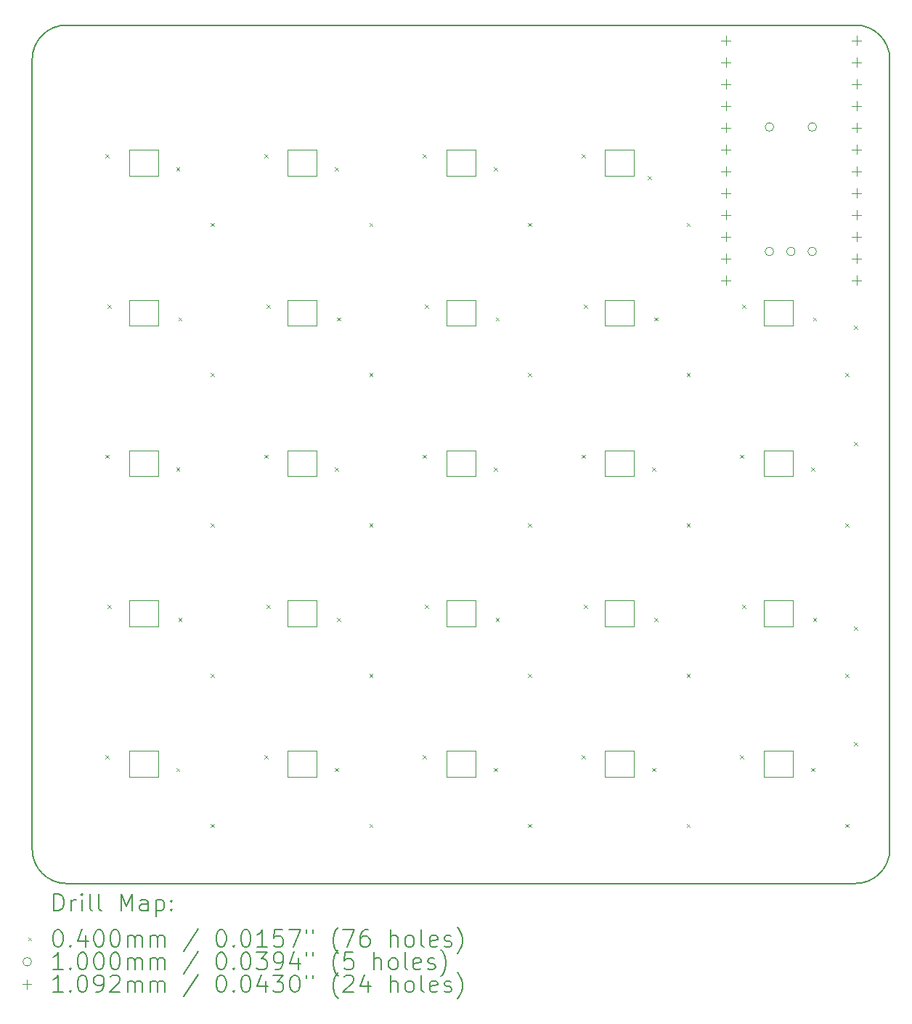
<source format=gbr>
%TF.GenerationSoftware,KiCad,Pcbnew,7.0.10*%
%TF.CreationDate,2024-03-08T11:46:17+01:00*%
%TF.ProjectId,eepypad,65657079-7061-4642-9e6b-696361645f70,1.0*%
%TF.SameCoordinates,Original*%
%TF.FileFunction,Drillmap*%
%TF.FilePolarity,Positive*%
%FSLAX45Y45*%
G04 Gerber Fmt 4.5, Leading zero omitted, Abs format (unit mm)*
G04 Created by KiCad (PCBNEW 7.0.10) date 2024-03-08 11:46:17*
%MOMM*%
%LPD*%
G01*
G04 APERTURE LIST*
%ADD10C,0.150000*%
%ADD11C,0.120000*%
%ADD12C,0.200000*%
%ADD13C,0.100000*%
%ADD14C,0.109220*%
G04 APERTURE END LIST*
D10*
X9100000Y-15925000D02*
X18300000Y-15925000D01*
X8700000Y-6325000D02*
X8700000Y-15525000D01*
X18700000Y-6325000D02*
G75*
G03*
X18300000Y-5925000I-400000J0D01*
G01*
X18700000Y-15525000D02*
X18700000Y-6325000D01*
X8700000Y-15525000D02*
G75*
G03*
X9100000Y-15925000I400000J0D01*
G01*
X18300000Y-5925000D02*
X9100000Y-5925000D01*
X9100000Y-5925000D02*
G75*
G03*
X8700000Y-6325000I0J-400000D01*
G01*
X18300000Y-15925000D02*
G75*
G03*
X18700000Y-15525000I0J400000D01*
G01*
D11*
X13530000Y-7380000D02*
X13870000Y-7380000D01*
X13530000Y-7680000D02*
X13530000Y-7380000D01*
X13870000Y-7380000D02*
X13870000Y-7680000D01*
X13870000Y-7680000D02*
X13530000Y-7680000D01*
X12020000Y-9430000D02*
X11680000Y-9430000D01*
X12020000Y-9130000D02*
X12020000Y-9430000D01*
X11680000Y-9430000D02*
X11680000Y-9130000D01*
X11680000Y-9130000D02*
X12020000Y-9130000D01*
X15380000Y-7380000D02*
X15720000Y-7380000D01*
X15380000Y-7680000D02*
X15380000Y-7380000D01*
X15720000Y-7380000D02*
X15720000Y-7680000D01*
X15720000Y-7680000D02*
X15380000Y-7680000D01*
X10170000Y-9430000D02*
X9830000Y-9430000D01*
X10170000Y-9130000D02*
X10170000Y-9430000D01*
X9830000Y-9430000D02*
X9830000Y-9130000D01*
X9830000Y-9130000D02*
X10170000Y-9130000D01*
X11680000Y-10880000D02*
X12020000Y-10880000D01*
X11680000Y-11180000D02*
X11680000Y-10880000D01*
X12020000Y-10880000D02*
X12020000Y-11180000D01*
X12020000Y-11180000D02*
X11680000Y-11180000D01*
X11680000Y-14380000D02*
X12020000Y-14380000D01*
X11680000Y-14680000D02*
X11680000Y-14380000D01*
X12020000Y-14380000D02*
X12020000Y-14680000D01*
X12020000Y-14680000D02*
X11680000Y-14680000D01*
X9830000Y-10880000D02*
X10170000Y-10880000D01*
X9830000Y-11180000D02*
X9830000Y-10880000D01*
X10170000Y-10880000D02*
X10170000Y-11180000D01*
X10170000Y-11180000D02*
X9830000Y-11180000D01*
X12020000Y-12930000D02*
X11680000Y-12930000D01*
X12020000Y-12630000D02*
X12020000Y-12930000D01*
X11680000Y-12930000D02*
X11680000Y-12630000D01*
X11680000Y-12630000D02*
X12020000Y-12630000D01*
X17570000Y-12930000D02*
X17230000Y-12930000D01*
X17570000Y-12630000D02*
X17570000Y-12930000D01*
X17230000Y-12930000D02*
X17230000Y-12630000D01*
X17230000Y-12630000D02*
X17570000Y-12630000D01*
X15380000Y-14380000D02*
X15720000Y-14380000D01*
X15380000Y-14680000D02*
X15380000Y-14380000D01*
X15720000Y-14380000D02*
X15720000Y-14680000D01*
X15720000Y-14680000D02*
X15380000Y-14680000D01*
X13530000Y-10880000D02*
X13870000Y-10880000D01*
X13530000Y-11180000D02*
X13530000Y-10880000D01*
X13870000Y-10880000D02*
X13870000Y-11180000D01*
X13870000Y-11180000D02*
X13530000Y-11180000D01*
X9830000Y-14380000D02*
X10170000Y-14380000D01*
X9830000Y-14680000D02*
X9830000Y-14380000D01*
X10170000Y-14380000D02*
X10170000Y-14680000D01*
X10170000Y-14680000D02*
X9830000Y-14680000D01*
X9830000Y-7380000D02*
X10170000Y-7380000D01*
X9830000Y-7680000D02*
X9830000Y-7380000D01*
X10170000Y-7380000D02*
X10170000Y-7680000D01*
X10170000Y-7680000D02*
X9830000Y-7680000D01*
X10170000Y-12930000D02*
X9830000Y-12930000D01*
X10170000Y-12630000D02*
X10170000Y-12930000D01*
X9830000Y-12930000D02*
X9830000Y-12630000D01*
X9830000Y-12630000D02*
X10170000Y-12630000D01*
X13870000Y-12930000D02*
X13530000Y-12930000D01*
X13870000Y-12630000D02*
X13870000Y-12930000D01*
X13530000Y-12930000D02*
X13530000Y-12630000D01*
X13530000Y-12630000D02*
X13870000Y-12630000D01*
X17570000Y-9430000D02*
X17230000Y-9430000D01*
X17570000Y-9130000D02*
X17570000Y-9430000D01*
X17230000Y-9430000D02*
X17230000Y-9130000D01*
X17230000Y-9130000D02*
X17570000Y-9130000D01*
X15720000Y-9430000D02*
X15380000Y-9430000D01*
X15720000Y-9130000D02*
X15720000Y-9430000D01*
X15380000Y-9430000D02*
X15380000Y-9130000D01*
X15380000Y-9130000D02*
X15720000Y-9130000D01*
X15380000Y-10880000D02*
X15720000Y-10880000D01*
X15380000Y-11180000D02*
X15380000Y-10880000D01*
X15720000Y-10880000D02*
X15720000Y-11180000D01*
X15720000Y-11180000D02*
X15380000Y-11180000D01*
X13530000Y-14380000D02*
X13870000Y-14380000D01*
X13530000Y-14680000D02*
X13530000Y-14380000D01*
X13870000Y-14380000D02*
X13870000Y-14680000D01*
X13870000Y-14680000D02*
X13530000Y-14680000D01*
X13870000Y-9430000D02*
X13530000Y-9430000D01*
X13870000Y-9130000D02*
X13870000Y-9430000D01*
X13530000Y-9430000D02*
X13530000Y-9130000D01*
X13530000Y-9130000D02*
X13870000Y-9130000D01*
X17230000Y-10880000D02*
X17570000Y-10880000D01*
X17230000Y-11180000D02*
X17230000Y-10880000D01*
X17570000Y-10880000D02*
X17570000Y-11180000D01*
X17570000Y-11180000D02*
X17230000Y-11180000D01*
X17230000Y-14380000D02*
X17570000Y-14380000D01*
X17230000Y-14680000D02*
X17230000Y-14380000D01*
X17570000Y-14380000D02*
X17570000Y-14680000D01*
X17570000Y-14680000D02*
X17230000Y-14680000D01*
X11680000Y-7380000D02*
X12020000Y-7380000D01*
X11680000Y-7680000D02*
X11680000Y-7380000D01*
X12020000Y-7380000D02*
X12020000Y-7680000D01*
X12020000Y-7680000D02*
X11680000Y-7680000D01*
X15720000Y-12930000D02*
X15380000Y-12930000D01*
X15720000Y-12630000D02*
X15720000Y-12930000D01*
X15380000Y-12930000D02*
X15380000Y-12630000D01*
X15380000Y-12630000D02*
X15720000Y-12630000D01*
D12*
D13*
X9555000Y-7430000D02*
X9595000Y-7470000D01*
X9595000Y-7430000D02*
X9555000Y-7470000D01*
X9555000Y-10930000D02*
X9595000Y-10970000D01*
X9595000Y-10930000D02*
X9555000Y-10970000D01*
X9555000Y-14430000D02*
X9595000Y-14470000D01*
X9595000Y-14430000D02*
X9555000Y-14470000D01*
X9580000Y-9180000D02*
X9620000Y-9220000D01*
X9620000Y-9180000D02*
X9580000Y-9220000D01*
X9580000Y-12680000D02*
X9620000Y-12720000D01*
X9620000Y-12680000D02*
X9580000Y-12720000D01*
X10380000Y-7580000D02*
X10420000Y-7620000D01*
X10420000Y-7580000D02*
X10380000Y-7620000D01*
X10380000Y-11080000D02*
X10420000Y-11120000D01*
X10420000Y-11080000D02*
X10380000Y-11120000D01*
X10380000Y-14580000D02*
X10420000Y-14620000D01*
X10420000Y-14580000D02*
X10380000Y-14620000D01*
X10405000Y-9330000D02*
X10445000Y-9370000D01*
X10445000Y-9330000D02*
X10405000Y-9370000D01*
X10405000Y-12830000D02*
X10445000Y-12870000D01*
X10445000Y-12830000D02*
X10405000Y-12870000D01*
X10780000Y-8230000D02*
X10820000Y-8270000D01*
X10820000Y-8230000D02*
X10780000Y-8270000D01*
X10780000Y-9980000D02*
X10820000Y-10020000D01*
X10820000Y-9980000D02*
X10780000Y-10020000D01*
X10780000Y-11730000D02*
X10820000Y-11770000D01*
X10820000Y-11730000D02*
X10780000Y-11770000D01*
X10780000Y-13480000D02*
X10820000Y-13520000D01*
X10820000Y-13480000D02*
X10780000Y-13520000D01*
X10780000Y-15230000D02*
X10820000Y-15270000D01*
X10820000Y-15230000D02*
X10780000Y-15270000D01*
X11405000Y-7430000D02*
X11445000Y-7470000D01*
X11445000Y-7430000D02*
X11405000Y-7470000D01*
X11405000Y-10930000D02*
X11445000Y-10970000D01*
X11445000Y-10930000D02*
X11405000Y-10970000D01*
X11405000Y-14430000D02*
X11445000Y-14470000D01*
X11445000Y-14430000D02*
X11405000Y-14470000D01*
X11430000Y-9180000D02*
X11470000Y-9220000D01*
X11470000Y-9180000D02*
X11430000Y-9220000D01*
X11430000Y-12680000D02*
X11470000Y-12720000D01*
X11470000Y-12680000D02*
X11430000Y-12720000D01*
X12230000Y-7580000D02*
X12270000Y-7620000D01*
X12270000Y-7580000D02*
X12230000Y-7620000D01*
X12230000Y-11080000D02*
X12270000Y-11120000D01*
X12270000Y-11080000D02*
X12230000Y-11120000D01*
X12230000Y-14580000D02*
X12270000Y-14620000D01*
X12270000Y-14580000D02*
X12230000Y-14620000D01*
X12255000Y-9330000D02*
X12295000Y-9370000D01*
X12295000Y-9330000D02*
X12255000Y-9370000D01*
X12255000Y-12830000D02*
X12295000Y-12870000D01*
X12295000Y-12830000D02*
X12255000Y-12870000D01*
X12630000Y-8230000D02*
X12670000Y-8270000D01*
X12670000Y-8230000D02*
X12630000Y-8270000D01*
X12630000Y-9980000D02*
X12670000Y-10020000D01*
X12670000Y-9980000D02*
X12630000Y-10020000D01*
X12630000Y-11730000D02*
X12670000Y-11770000D01*
X12670000Y-11730000D02*
X12630000Y-11770000D01*
X12630000Y-13480000D02*
X12670000Y-13520000D01*
X12670000Y-13480000D02*
X12630000Y-13520000D01*
X12630000Y-15230000D02*
X12670000Y-15270000D01*
X12670000Y-15230000D02*
X12630000Y-15270000D01*
X13255000Y-7430000D02*
X13295000Y-7470000D01*
X13295000Y-7430000D02*
X13255000Y-7470000D01*
X13255000Y-10930000D02*
X13295000Y-10970000D01*
X13295000Y-10930000D02*
X13255000Y-10970000D01*
X13255000Y-14430000D02*
X13295000Y-14470000D01*
X13295000Y-14430000D02*
X13255000Y-14470000D01*
X13280000Y-9180000D02*
X13320000Y-9220000D01*
X13320000Y-9180000D02*
X13280000Y-9220000D01*
X13280000Y-12680000D02*
X13320000Y-12720000D01*
X13320000Y-12680000D02*
X13280000Y-12720000D01*
X14080000Y-7580000D02*
X14120000Y-7620000D01*
X14120000Y-7580000D02*
X14080000Y-7620000D01*
X14080000Y-11080000D02*
X14120000Y-11120000D01*
X14120000Y-11080000D02*
X14080000Y-11120000D01*
X14080000Y-14580000D02*
X14120000Y-14620000D01*
X14120000Y-14580000D02*
X14080000Y-14620000D01*
X14105000Y-9330000D02*
X14145000Y-9370000D01*
X14145000Y-9330000D02*
X14105000Y-9370000D01*
X14105000Y-12830000D02*
X14145000Y-12870000D01*
X14145000Y-12830000D02*
X14105000Y-12870000D01*
X14480000Y-8230000D02*
X14520000Y-8270000D01*
X14520000Y-8230000D02*
X14480000Y-8270000D01*
X14480000Y-9980000D02*
X14520000Y-10020000D01*
X14520000Y-9980000D02*
X14480000Y-10020000D01*
X14480000Y-11730000D02*
X14520000Y-11770000D01*
X14520000Y-11730000D02*
X14480000Y-11770000D01*
X14480000Y-13480000D02*
X14520000Y-13520000D01*
X14520000Y-13480000D02*
X14480000Y-13520000D01*
X14480000Y-15230000D02*
X14520000Y-15270000D01*
X14520000Y-15230000D02*
X14480000Y-15270000D01*
X15105000Y-7430000D02*
X15145000Y-7470000D01*
X15145000Y-7430000D02*
X15105000Y-7470000D01*
X15105000Y-10930000D02*
X15145000Y-10970000D01*
X15145000Y-10930000D02*
X15105000Y-10970000D01*
X15105000Y-14430000D02*
X15145000Y-14470000D01*
X15145000Y-14430000D02*
X15105000Y-14470000D01*
X15130000Y-9180000D02*
X15170000Y-9220000D01*
X15170000Y-9180000D02*
X15130000Y-9220000D01*
X15130000Y-12680000D02*
X15170000Y-12720000D01*
X15170000Y-12680000D02*
X15130000Y-12720000D01*
X15880000Y-7680000D02*
X15920000Y-7720000D01*
X15920000Y-7680000D02*
X15880000Y-7720000D01*
X15930000Y-11080000D02*
X15970000Y-11120000D01*
X15970000Y-11080000D02*
X15930000Y-11120000D01*
X15930000Y-14580000D02*
X15970000Y-14620000D01*
X15970000Y-14580000D02*
X15930000Y-14620000D01*
X15955000Y-9330000D02*
X15995000Y-9370000D01*
X15995000Y-9330000D02*
X15955000Y-9370000D01*
X15955000Y-12830000D02*
X15995000Y-12870000D01*
X15995000Y-12830000D02*
X15955000Y-12870000D01*
X16330000Y-8230000D02*
X16370000Y-8270000D01*
X16370000Y-8230000D02*
X16330000Y-8270000D01*
X16330000Y-9980000D02*
X16370000Y-10020000D01*
X16370000Y-9980000D02*
X16330000Y-10020000D01*
X16330000Y-11730000D02*
X16370000Y-11770000D01*
X16370000Y-11730000D02*
X16330000Y-11770000D01*
X16330000Y-13480000D02*
X16370000Y-13520000D01*
X16370000Y-13480000D02*
X16330000Y-13520000D01*
X16330000Y-15230000D02*
X16370000Y-15270000D01*
X16370000Y-15230000D02*
X16330000Y-15270000D01*
X16955000Y-10930000D02*
X16995000Y-10970000D01*
X16995000Y-10930000D02*
X16955000Y-10970000D01*
X16955000Y-14430000D02*
X16995000Y-14470000D01*
X16995000Y-14430000D02*
X16955000Y-14470000D01*
X16980000Y-9180000D02*
X17020000Y-9220000D01*
X17020000Y-9180000D02*
X16980000Y-9220000D01*
X16980000Y-12680000D02*
X17020000Y-12720000D01*
X17020000Y-12680000D02*
X16980000Y-12720000D01*
X17780000Y-11080000D02*
X17820000Y-11120000D01*
X17820000Y-11080000D02*
X17780000Y-11120000D01*
X17780000Y-14580000D02*
X17820000Y-14620000D01*
X17820000Y-14580000D02*
X17780000Y-14620000D01*
X17805000Y-9330000D02*
X17845000Y-9370000D01*
X17845000Y-9330000D02*
X17805000Y-9370000D01*
X17805000Y-12830000D02*
X17845000Y-12870000D01*
X17845000Y-12830000D02*
X17805000Y-12870000D01*
X18180000Y-9980000D02*
X18220000Y-10020000D01*
X18220000Y-9980000D02*
X18180000Y-10020000D01*
X18180000Y-11730000D02*
X18220000Y-11770000D01*
X18220000Y-11730000D02*
X18180000Y-11770000D01*
X18180000Y-13480000D02*
X18220000Y-13520000D01*
X18220000Y-13480000D02*
X18180000Y-13520000D01*
X18180000Y-15230000D02*
X18220000Y-15270000D01*
X18220000Y-15230000D02*
X18180000Y-15270000D01*
X18280000Y-9430000D02*
X18320000Y-9470000D01*
X18320000Y-9430000D02*
X18280000Y-9470000D01*
X18280000Y-10780000D02*
X18320000Y-10820000D01*
X18320000Y-10780000D02*
X18280000Y-10820000D01*
X18280000Y-12930000D02*
X18320000Y-12970000D01*
X18320000Y-12930000D02*
X18280000Y-12970000D01*
X18280000Y-14280000D02*
X18320000Y-14320000D01*
X18320000Y-14280000D02*
X18280000Y-14320000D01*
X17346000Y-7112000D02*
G75*
G03*
X17246000Y-7112000I-50000J0D01*
G01*
X17246000Y-7112000D02*
G75*
G03*
X17346000Y-7112000I50000J0D01*
G01*
X17346000Y-8562000D02*
G75*
G03*
X17246000Y-8562000I-50000J0D01*
G01*
X17246000Y-8562000D02*
G75*
G03*
X17346000Y-8562000I50000J0D01*
G01*
X17596000Y-8562000D02*
G75*
G03*
X17496000Y-8562000I-50000J0D01*
G01*
X17496000Y-8562000D02*
G75*
G03*
X17596000Y-8562000I50000J0D01*
G01*
X17846000Y-7112000D02*
G75*
G03*
X17746000Y-7112000I-50000J0D01*
G01*
X17746000Y-7112000D02*
G75*
G03*
X17846000Y-7112000I50000J0D01*
G01*
X17846000Y-8562000D02*
G75*
G03*
X17746000Y-8562000I-50000J0D01*
G01*
X17746000Y-8562000D02*
G75*
G03*
X17846000Y-8562000I50000J0D01*
G01*
D14*
X16788000Y-6048390D02*
X16788000Y-6157610D01*
X16733390Y-6103000D02*
X16842610Y-6103000D01*
X16788000Y-6302390D02*
X16788000Y-6411610D01*
X16733390Y-6357000D02*
X16842610Y-6357000D01*
X16788000Y-6556390D02*
X16788000Y-6665610D01*
X16733390Y-6611000D02*
X16842610Y-6611000D01*
X16788000Y-6810390D02*
X16788000Y-6919610D01*
X16733390Y-6865000D02*
X16842610Y-6865000D01*
X16788000Y-7064390D02*
X16788000Y-7173610D01*
X16733390Y-7119000D02*
X16842610Y-7119000D01*
X16788000Y-7318390D02*
X16788000Y-7427610D01*
X16733390Y-7373000D02*
X16842610Y-7373000D01*
X16788000Y-7572390D02*
X16788000Y-7681610D01*
X16733390Y-7627000D02*
X16842610Y-7627000D01*
X16788000Y-7826390D02*
X16788000Y-7935610D01*
X16733390Y-7881000D02*
X16842610Y-7881000D01*
X16788000Y-8080390D02*
X16788000Y-8189610D01*
X16733390Y-8135000D02*
X16842610Y-8135000D01*
X16788000Y-8334390D02*
X16788000Y-8443610D01*
X16733390Y-8389000D02*
X16842610Y-8389000D01*
X16788000Y-8588390D02*
X16788000Y-8697610D01*
X16733390Y-8643000D02*
X16842610Y-8643000D01*
X16788000Y-8842390D02*
X16788000Y-8951610D01*
X16733390Y-8897000D02*
X16842610Y-8897000D01*
X18312000Y-6048390D02*
X18312000Y-6157610D01*
X18257390Y-6103000D02*
X18366610Y-6103000D01*
X18312000Y-6302390D02*
X18312000Y-6411610D01*
X18257390Y-6357000D02*
X18366610Y-6357000D01*
X18312000Y-6556390D02*
X18312000Y-6665610D01*
X18257390Y-6611000D02*
X18366610Y-6611000D01*
X18312000Y-6810390D02*
X18312000Y-6919610D01*
X18257390Y-6865000D02*
X18366610Y-6865000D01*
X18312000Y-7064390D02*
X18312000Y-7173610D01*
X18257390Y-7119000D02*
X18366610Y-7119000D01*
X18312000Y-7318390D02*
X18312000Y-7427610D01*
X18257390Y-7373000D02*
X18366610Y-7373000D01*
X18312000Y-7572390D02*
X18312000Y-7681610D01*
X18257390Y-7627000D02*
X18366610Y-7627000D01*
X18312000Y-7826390D02*
X18312000Y-7935610D01*
X18257390Y-7881000D02*
X18366610Y-7881000D01*
X18312000Y-8080390D02*
X18312000Y-8189610D01*
X18257390Y-8135000D02*
X18366610Y-8135000D01*
X18312000Y-8334390D02*
X18312000Y-8443610D01*
X18257390Y-8389000D02*
X18366610Y-8389000D01*
X18312000Y-8588390D02*
X18312000Y-8697610D01*
X18257390Y-8643000D02*
X18366610Y-8643000D01*
X18312000Y-8842390D02*
X18312000Y-8951610D01*
X18257390Y-8897000D02*
X18366610Y-8897000D01*
D12*
X8953277Y-16243984D02*
X8953277Y-16043984D01*
X8953277Y-16043984D02*
X9000896Y-16043984D01*
X9000896Y-16043984D02*
X9029467Y-16053508D01*
X9029467Y-16053508D02*
X9048515Y-16072555D01*
X9048515Y-16072555D02*
X9058039Y-16091603D01*
X9058039Y-16091603D02*
X9067563Y-16129698D01*
X9067563Y-16129698D02*
X9067563Y-16158269D01*
X9067563Y-16158269D02*
X9058039Y-16196365D01*
X9058039Y-16196365D02*
X9048515Y-16215412D01*
X9048515Y-16215412D02*
X9029467Y-16234460D01*
X9029467Y-16234460D02*
X9000896Y-16243984D01*
X9000896Y-16243984D02*
X8953277Y-16243984D01*
X9153277Y-16243984D02*
X9153277Y-16110650D01*
X9153277Y-16148746D02*
X9162801Y-16129698D01*
X9162801Y-16129698D02*
X9172324Y-16120174D01*
X9172324Y-16120174D02*
X9191372Y-16110650D01*
X9191372Y-16110650D02*
X9210420Y-16110650D01*
X9277086Y-16243984D02*
X9277086Y-16110650D01*
X9277086Y-16043984D02*
X9267563Y-16053508D01*
X9267563Y-16053508D02*
X9277086Y-16063031D01*
X9277086Y-16063031D02*
X9286610Y-16053508D01*
X9286610Y-16053508D02*
X9277086Y-16043984D01*
X9277086Y-16043984D02*
X9277086Y-16063031D01*
X9400896Y-16243984D02*
X9381848Y-16234460D01*
X9381848Y-16234460D02*
X9372324Y-16215412D01*
X9372324Y-16215412D02*
X9372324Y-16043984D01*
X9505658Y-16243984D02*
X9486610Y-16234460D01*
X9486610Y-16234460D02*
X9477086Y-16215412D01*
X9477086Y-16215412D02*
X9477086Y-16043984D01*
X9734229Y-16243984D02*
X9734229Y-16043984D01*
X9734229Y-16043984D02*
X9800896Y-16186841D01*
X9800896Y-16186841D02*
X9867563Y-16043984D01*
X9867563Y-16043984D02*
X9867563Y-16243984D01*
X10048515Y-16243984D02*
X10048515Y-16139222D01*
X10048515Y-16139222D02*
X10038991Y-16120174D01*
X10038991Y-16120174D02*
X10019944Y-16110650D01*
X10019944Y-16110650D02*
X9981848Y-16110650D01*
X9981848Y-16110650D02*
X9962801Y-16120174D01*
X10048515Y-16234460D02*
X10029467Y-16243984D01*
X10029467Y-16243984D02*
X9981848Y-16243984D01*
X9981848Y-16243984D02*
X9962801Y-16234460D01*
X9962801Y-16234460D02*
X9953277Y-16215412D01*
X9953277Y-16215412D02*
X9953277Y-16196365D01*
X9953277Y-16196365D02*
X9962801Y-16177317D01*
X9962801Y-16177317D02*
X9981848Y-16167793D01*
X9981848Y-16167793D02*
X10029467Y-16167793D01*
X10029467Y-16167793D02*
X10048515Y-16158269D01*
X10143753Y-16110650D02*
X10143753Y-16310650D01*
X10143753Y-16120174D02*
X10162801Y-16110650D01*
X10162801Y-16110650D02*
X10200896Y-16110650D01*
X10200896Y-16110650D02*
X10219944Y-16120174D01*
X10219944Y-16120174D02*
X10229467Y-16129698D01*
X10229467Y-16129698D02*
X10238991Y-16148746D01*
X10238991Y-16148746D02*
X10238991Y-16205888D01*
X10238991Y-16205888D02*
X10229467Y-16224936D01*
X10229467Y-16224936D02*
X10219944Y-16234460D01*
X10219944Y-16234460D02*
X10200896Y-16243984D01*
X10200896Y-16243984D02*
X10162801Y-16243984D01*
X10162801Y-16243984D02*
X10143753Y-16234460D01*
X10324705Y-16224936D02*
X10334229Y-16234460D01*
X10334229Y-16234460D02*
X10324705Y-16243984D01*
X10324705Y-16243984D02*
X10315182Y-16234460D01*
X10315182Y-16234460D02*
X10324705Y-16224936D01*
X10324705Y-16224936D02*
X10324705Y-16243984D01*
X10324705Y-16120174D02*
X10334229Y-16129698D01*
X10334229Y-16129698D02*
X10324705Y-16139222D01*
X10324705Y-16139222D02*
X10315182Y-16129698D01*
X10315182Y-16129698D02*
X10324705Y-16120174D01*
X10324705Y-16120174D02*
X10324705Y-16139222D01*
D13*
X8652500Y-16552500D02*
X8692500Y-16592500D01*
X8692500Y-16552500D02*
X8652500Y-16592500D01*
D12*
X8991372Y-16463984D02*
X9010420Y-16463984D01*
X9010420Y-16463984D02*
X9029467Y-16473508D01*
X9029467Y-16473508D02*
X9038991Y-16483031D01*
X9038991Y-16483031D02*
X9048515Y-16502079D01*
X9048515Y-16502079D02*
X9058039Y-16540174D01*
X9058039Y-16540174D02*
X9058039Y-16587793D01*
X9058039Y-16587793D02*
X9048515Y-16625888D01*
X9048515Y-16625888D02*
X9038991Y-16644936D01*
X9038991Y-16644936D02*
X9029467Y-16654460D01*
X9029467Y-16654460D02*
X9010420Y-16663984D01*
X9010420Y-16663984D02*
X8991372Y-16663984D01*
X8991372Y-16663984D02*
X8972324Y-16654460D01*
X8972324Y-16654460D02*
X8962801Y-16644936D01*
X8962801Y-16644936D02*
X8953277Y-16625888D01*
X8953277Y-16625888D02*
X8943753Y-16587793D01*
X8943753Y-16587793D02*
X8943753Y-16540174D01*
X8943753Y-16540174D02*
X8953277Y-16502079D01*
X8953277Y-16502079D02*
X8962801Y-16483031D01*
X8962801Y-16483031D02*
X8972324Y-16473508D01*
X8972324Y-16473508D02*
X8991372Y-16463984D01*
X9143753Y-16644936D02*
X9153277Y-16654460D01*
X9153277Y-16654460D02*
X9143753Y-16663984D01*
X9143753Y-16663984D02*
X9134229Y-16654460D01*
X9134229Y-16654460D02*
X9143753Y-16644936D01*
X9143753Y-16644936D02*
X9143753Y-16663984D01*
X9324705Y-16530650D02*
X9324705Y-16663984D01*
X9277086Y-16454460D02*
X9229467Y-16597317D01*
X9229467Y-16597317D02*
X9353277Y-16597317D01*
X9467563Y-16463984D02*
X9486610Y-16463984D01*
X9486610Y-16463984D02*
X9505658Y-16473508D01*
X9505658Y-16473508D02*
X9515182Y-16483031D01*
X9515182Y-16483031D02*
X9524705Y-16502079D01*
X9524705Y-16502079D02*
X9534229Y-16540174D01*
X9534229Y-16540174D02*
X9534229Y-16587793D01*
X9534229Y-16587793D02*
X9524705Y-16625888D01*
X9524705Y-16625888D02*
X9515182Y-16644936D01*
X9515182Y-16644936D02*
X9505658Y-16654460D01*
X9505658Y-16654460D02*
X9486610Y-16663984D01*
X9486610Y-16663984D02*
X9467563Y-16663984D01*
X9467563Y-16663984D02*
X9448515Y-16654460D01*
X9448515Y-16654460D02*
X9438991Y-16644936D01*
X9438991Y-16644936D02*
X9429467Y-16625888D01*
X9429467Y-16625888D02*
X9419944Y-16587793D01*
X9419944Y-16587793D02*
X9419944Y-16540174D01*
X9419944Y-16540174D02*
X9429467Y-16502079D01*
X9429467Y-16502079D02*
X9438991Y-16483031D01*
X9438991Y-16483031D02*
X9448515Y-16473508D01*
X9448515Y-16473508D02*
X9467563Y-16463984D01*
X9658039Y-16463984D02*
X9677086Y-16463984D01*
X9677086Y-16463984D02*
X9696134Y-16473508D01*
X9696134Y-16473508D02*
X9705658Y-16483031D01*
X9705658Y-16483031D02*
X9715182Y-16502079D01*
X9715182Y-16502079D02*
X9724705Y-16540174D01*
X9724705Y-16540174D02*
X9724705Y-16587793D01*
X9724705Y-16587793D02*
X9715182Y-16625888D01*
X9715182Y-16625888D02*
X9705658Y-16644936D01*
X9705658Y-16644936D02*
X9696134Y-16654460D01*
X9696134Y-16654460D02*
X9677086Y-16663984D01*
X9677086Y-16663984D02*
X9658039Y-16663984D01*
X9658039Y-16663984D02*
X9638991Y-16654460D01*
X9638991Y-16654460D02*
X9629467Y-16644936D01*
X9629467Y-16644936D02*
X9619944Y-16625888D01*
X9619944Y-16625888D02*
X9610420Y-16587793D01*
X9610420Y-16587793D02*
X9610420Y-16540174D01*
X9610420Y-16540174D02*
X9619944Y-16502079D01*
X9619944Y-16502079D02*
X9629467Y-16483031D01*
X9629467Y-16483031D02*
X9638991Y-16473508D01*
X9638991Y-16473508D02*
X9658039Y-16463984D01*
X9810420Y-16663984D02*
X9810420Y-16530650D01*
X9810420Y-16549698D02*
X9819944Y-16540174D01*
X9819944Y-16540174D02*
X9838991Y-16530650D01*
X9838991Y-16530650D02*
X9867563Y-16530650D01*
X9867563Y-16530650D02*
X9886610Y-16540174D01*
X9886610Y-16540174D02*
X9896134Y-16559222D01*
X9896134Y-16559222D02*
X9896134Y-16663984D01*
X9896134Y-16559222D02*
X9905658Y-16540174D01*
X9905658Y-16540174D02*
X9924705Y-16530650D01*
X9924705Y-16530650D02*
X9953277Y-16530650D01*
X9953277Y-16530650D02*
X9972325Y-16540174D01*
X9972325Y-16540174D02*
X9981848Y-16559222D01*
X9981848Y-16559222D02*
X9981848Y-16663984D01*
X10077086Y-16663984D02*
X10077086Y-16530650D01*
X10077086Y-16549698D02*
X10086610Y-16540174D01*
X10086610Y-16540174D02*
X10105658Y-16530650D01*
X10105658Y-16530650D02*
X10134229Y-16530650D01*
X10134229Y-16530650D02*
X10153277Y-16540174D01*
X10153277Y-16540174D02*
X10162801Y-16559222D01*
X10162801Y-16559222D02*
X10162801Y-16663984D01*
X10162801Y-16559222D02*
X10172325Y-16540174D01*
X10172325Y-16540174D02*
X10191372Y-16530650D01*
X10191372Y-16530650D02*
X10219944Y-16530650D01*
X10219944Y-16530650D02*
X10238991Y-16540174D01*
X10238991Y-16540174D02*
X10248515Y-16559222D01*
X10248515Y-16559222D02*
X10248515Y-16663984D01*
X10638991Y-16454460D02*
X10467563Y-16711603D01*
X10896134Y-16463984D02*
X10915182Y-16463984D01*
X10915182Y-16463984D02*
X10934229Y-16473508D01*
X10934229Y-16473508D02*
X10943753Y-16483031D01*
X10943753Y-16483031D02*
X10953277Y-16502079D01*
X10953277Y-16502079D02*
X10962801Y-16540174D01*
X10962801Y-16540174D02*
X10962801Y-16587793D01*
X10962801Y-16587793D02*
X10953277Y-16625888D01*
X10953277Y-16625888D02*
X10943753Y-16644936D01*
X10943753Y-16644936D02*
X10934229Y-16654460D01*
X10934229Y-16654460D02*
X10915182Y-16663984D01*
X10915182Y-16663984D02*
X10896134Y-16663984D01*
X10896134Y-16663984D02*
X10877087Y-16654460D01*
X10877087Y-16654460D02*
X10867563Y-16644936D01*
X10867563Y-16644936D02*
X10858039Y-16625888D01*
X10858039Y-16625888D02*
X10848515Y-16587793D01*
X10848515Y-16587793D02*
X10848515Y-16540174D01*
X10848515Y-16540174D02*
X10858039Y-16502079D01*
X10858039Y-16502079D02*
X10867563Y-16483031D01*
X10867563Y-16483031D02*
X10877087Y-16473508D01*
X10877087Y-16473508D02*
X10896134Y-16463984D01*
X11048515Y-16644936D02*
X11058039Y-16654460D01*
X11058039Y-16654460D02*
X11048515Y-16663984D01*
X11048515Y-16663984D02*
X11038991Y-16654460D01*
X11038991Y-16654460D02*
X11048515Y-16644936D01*
X11048515Y-16644936D02*
X11048515Y-16663984D01*
X11181848Y-16463984D02*
X11200896Y-16463984D01*
X11200896Y-16463984D02*
X11219944Y-16473508D01*
X11219944Y-16473508D02*
X11229467Y-16483031D01*
X11229467Y-16483031D02*
X11238991Y-16502079D01*
X11238991Y-16502079D02*
X11248515Y-16540174D01*
X11248515Y-16540174D02*
X11248515Y-16587793D01*
X11248515Y-16587793D02*
X11238991Y-16625888D01*
X11238991Y-16625888D02*
X11229467Y-16644936D01*
X11229467Y-16644936D02*
X11219944Y-16654460D01*
X11219944Y-16654460D02*
X11200896Y-16663984D01*
X11200896Y-16663984D02*
X11181848Y-16663984D01*
X11181848Y-16663984D02*
X11162801Y-16654460D01*
X11162801Y-16654460D02*
X11153277Y-16644936D01*
X11153277Y-16644936D02*
X11143753Y-16625888D01*
X11143753Y-16625888D02*
X11134229Y-16587793D01*
X11134229Y-16587793D02*
X11134229Y-16540174D01*
X11134229Y-16540174D02*
X11143753Y-16502079D01*
X11143753Y-16502079D02*
X11153277Y-16483031D01*
X11153277Y-16483031D02*
X11162801Y-16473508D01*
X11162801Y-16473508D02*
X11181848Y-16463984D01*
X11438991Y-16663984D02*
X11324706Y-16663984D01*
X11381848Y-16663984D02*
X11381848Y-16463984D01*
X11381848Y-16463984D02*
X11362801Y-16492555D01*
X11362801Y-16492555D02*
X11343753Y-16511603D01*
X11343753Y-16511603D02*
X11324706Y-16521127D01*
X11619944Y-16463984D02*
X11524706Y-16463984D01*
X11524706Y-16463984D02*
X11515182Y-16559222D01*
X11515182Y-16559222D02*
X11524706Y-16549698D01*
X11524706Y-16549698D02*
X11543753Y-16540174D01*
X11543753Y-16540174D02*
X11591372Y-16540174D01*
X11591372Y-16540174D02*
X11610420Y-16549698D01*
X11610420Y-16549698D02*
X11619944Y-16559222D01*
X11619944Y-16559222D02*
X11629467Y-16578269D01*
X11629467Y-16578269D02*
X11629467Y-16625888D01*
X11629467Y-16625888D02*
X11619944Y-16644936D01*
X11619944Y-16644936D02*
X11610420Y-16654460D01*
X11610420Y-16654460D02*
X11591372Y-16663984D01*
X11591372Y-16663984D02*
X11543753Y-16663984D01*
X11543753Y-16663984D02*
X11524706Y-16654460D01*
X11524706Y-16654460D02*
X11515182Y-16644936D01*
X11696134Y-16463984D02*
X11829467Y-16463984D01*
X11829467Y-16463984D02*
X11743753Y-16663984D01*
X11896134Y-16463984D02*
X11896134Y-16502079D01*
X11972325Y-16463984D02*
X11972325Y-16502079D01*
X12267563Y-16740174D02*
X12258039Y-16730650D01*
X12258039Y-16730650D02*
X12238991Y-16702079D01*
X12238991Y-16702079D02*
X12229468Y-16683031D01*
X12229468Y-16683031D02*
X12219944Y-16654460D01*
X12219944Y-16654460D02*
X12210420Y-16606841D01*
X12210420Y-16606841D02*
X12210420Y-16568746D01*
X12210420Y-16568746D02*
X12219944Y-16521127D01*
X12219944Y-16521127D02*
X12229468Y-16492555D01*
X12229468Y-16492555D02*
X12238991Y-16473508D01*
X12238991Y-16473508D02*
X12258039Y-16444936D01*
X12258039Y-16444936D02*
X12267563Y-16435412D01*
X12324706Y-16463984D02*
X12458039Y-16463984D01*
X12458039Y-16463984D02*
X12372325Y-16663984D01*
X12619944Y-16463984D02*
X12581848Y-16463984D01*
X12581848Y-16463984D02*
X12562801Y-16473508D01*
X12562801Y-16473508D02*
X12553277Y-16483031D01*
X12553277Y-16483031D02*
X12534229Y-16511603D01*
X12534229Y-16511603D02*
X12524706Y-16549698D01*
X12524706Y-16549698D02*
X12524706Y-16625888D01*
X12524706Y-16625888D02*
X12534229Y-16644936D01*
X12534229Y-16644936D02*
X12543753Y-16654460D01*
X12543753Y-16654460D02*
X12562801Y-16663984D01*
X12562801Y-16663984D02*
X12600896Y-16663984D01*
X12600896Y-16663984D02*
X12619944Y-16654460D01*
X12619944Y-16654460D02*
X12629468Y-16644936D01*
X12629468Y-16644936D02*
X12638991Y-16625888D01*
X12638991Y-16625888D02*
X12638991Y-16578269D01*
X12638991Y-16578269D02*
X12629468Y-16559222D01*
X12629468Y-16559222D02*
X12619944Y-16549698D01*
X12619944Y-16549698D02*
X12600896Y-16540174D01*
X12600896Y-16540174D02*
X12562801Y-16540174D01*
X12562801Y-16540174D02*
X12543753Y-16549698D01*
X12543753Y-16549698D02*
X12534229Y-16559222D01*
X12534229Y-16559222D02*
X12524706Y-16578269D01*
X12877087Y-16663984D02*
X12877087Y-16463984D01*
X12962801Y-16663984D02*
X12962801Y-16559222D01*
X12962801Y-16559222D02*
X12953277Y-16540174D01*
X12953277Y-16540174D02*
X12934230Y-16530650D01*
X12934230Y-16530650D02*
X12905658Y-16530650D01*
X12905658Y-16530650D02*
X12886610Y-16540174D01*
X12886610Y-16540174D02*
X12877087Y-16549698D01*
X13086610Y-16663984D02*
X13067563Y-16654460D01*
X13067563Y-16654460D02*
X13058039Y-16644936D01*
X13058039Y-16644936D02*
X13048515Y-16625888D01*
X13048515Y-16625888D02*
X13048515Y-16568746D01*
X13048515Y-16568746D02*
X13058039Y-16549698D01*
X13058039Y-16549698D02*
X13067563Y-16540174D01*
X13067563Y-16540174D02*
X13086610Y-16530650D01*
X13086610Y-16530650D02*
X13115182Y-16530650D01*
X13115182Y-16530650D02*
X13134230Y-16540174D01*
X13134230Y-16540174D02*
X13143753Y-16549698D01*
X13143753Y-16549698D02*
X13153277Y-16568746D01*
X13153277Y-16568746D02*
X13153277Y-16625888D01*
X13153277Y-16625888D02*
X13143753Y-16644936D01*
X13143753Y-16644936D02*
X13134230Y-16654460D01*
X13134230Y-16654460D02*
X13115182Y-16663984D01*
X13115182Y-16663984D02*
X13086610Y-16663984D01*
X13267563Y-16663984D02*
X13248515Y-16654460D01*
X13248515Y-16654460D02*
X13238991Y-16635412D01*
X13238991Y-16635412D02*
X13238991Y-16463984D01*
X13419944Y-16654460D02*
X13400896Y-16663984D01*
X13400896Y-16663984D02*
X13362801Y-16663984D01*
X13362801Y-16663984D02*
X13343753Y-16654460D01*
X13343753Y-16654460D02*
X13334230Y-16635412D01*
X13334230Y-16635412D02*
X13334230Y-16559222D01*
X13334230Y-16559222D02*
X13343753Y-16540174D01*
X13343753Y-16540174D02*
X13362801Y-16530650D01*
X13362801Y-16530650D02*
X13400896Y-16530650D01*
X13400896Y-16530650D02*
X13419944Y-16540174D01*
X13419944Y-16540174D02*
X13429468Y-16559222D01*
X13429468Y-16559222D02*
X13429468Y-16578269D01*
X13429468Y-16578269D02*
X13334230Y-16597317D01*
X13505658Y-16654460D02*
X13524706Y-16663984D01*
X13524706Y-16663984D02*
X13562801Y-16663984D01*
X13562801Y-16663984D02*
X13581849Y-16654460D01*
X13581849Y-16654460D02*
X13591372Y-16635412D01*
X13591372Y-16635412D02*
X13591372Y-16625888D01*
X13591372Y-16625888D02*
X13581849Y-16606841D01*
X13581849Y-16606841D02*
X13562801Y-16597317D01*
X13562801Y-16597317D02*
X13534230Y-16597317D01*
X13534230Y-16597317D02*
X13515182Y-16587793D01*
X13515182Y-16587793D02*
X13505658Y-16568746D01*
X13505658Y-16568746D02*
X13505658Y-16559222D01*
X13505658Y-16559222D02*
X13515182Y-16540174D01*
X13515182Y-16540174D02*
X13534230Y-16530650D01*
X13534230Y-16530650D02*
X13562801Y-16530650D01*
X13562801Y-16530650D02*
X13581849Y-16540174D01*
X13658039Y-16740174D02*
X13667563Y-16730650D01*
X13667563Y-16730650D02*
X13686611Y-16702079D01*
X13686611Y-16702079D02*
X13696134Y-16683031D01*
X13696134Y-16683031D02*
X13705658Y-16654460D01*
X13705658Y-16654460D02*
X13715182Y-16606841D01*
X13715182Y-16606841D02*
X13715182Y-16568746D01*
X13715182Y-16568746D02*
X13705658Y-16521127D01*
X13705658Y-16521127D02*
X13696134Y-16492555D01*
X13696134Y-16492555D02*
X13686611Y-16473508D01*
X13686611Y-16473508D02*
X13667563Y-16444936D01*
X13667563Y-16444936D02*
X13658039Y-16435412D01*
D13*
X8692500Y-16836500D02*
G75*
G03*
X8592500Y-16836500I-50000J0D01*
G01*
X8592500Y-16836500D02*
G75*
G03*
X8692500Y-16836500I50000J0D01*
G01*
D12*
X9058039Y-16927984D02*
X8943753Y-16927984D01*
X9000896Y-16927984D02*
X9000896Y-16727984D01*
X9000896Y-16727984D02*
X8981848Y-16756555D01*
X8981848Y-16756555D02*
X8962801Y-16775603D01*
X8962801Y-16775603D02*
X8943753Y-16785127D01*
X9143753Y-16908936D02*
X9153277Y-16918460D01*
X9153277Y-16918460D02*
X9143753Y-16927984D01*
X9143753Y-16927984D02*
X9134229Y-16918460D01*
X9134229Y-16918460D02*
X9143753Y-16908936D01*
X9143753Y-16908936D02*
X9143753Y-16927984D01*
X9277086Y-16727984D02*
X9296134Y-16727984D01*
X9296134Y-16727984D02*
X9315182Y-16737508D01*
X9315182Y-16737508D02*
X9324705Y-16747031D01*
X9324705Y-16747031D02*
X9334229Y-16766079D01*
X9334229Y-16766079D02*
X9343753Y-16804174D01*
X9343753Y-16804174D02*
X9343753Y-16851793D01*
X9343753Y-16851793D02*
X9334229Y-16889889D01*
X9334229Y-16889889D02*
X9324705Y-16908936D01*
X9324705Y-16908936D02*
X9315182Y-16918460D01*
X9315182Y-16918460D02*
X9296134Y-16927984D01*
X9296134Y-16927984D02*
X9277086Y-16927984D01*
X9277086Y-16927984D02*
X9258039Y-16918460D01*
X9258039Y-16918460D02*
X9248515Y-16908936D01*
X9248515Y-16908936D02*
X9238991Y-16889889D01*
X9238991Y-16889889D02*
X9229467Y-16851793D01*
X9229467Y-16851793D02*
X9229467Y-16804174D01*
X9229467Y-16804174D02*
X9238991Y-16766079D01*
X9238991Y-16766079D02*
X9248515Y-16747031D01*
X9248515Y-16747031D02*
X9258039Y-16737508D01*
X9258039Y-16737508D02*
X9277086Y-16727984D01*
X9467563Y-16727984D02*
X9486610Y-16727984D01*
X9486610Y-16727984D02*
X9505658Y-16737508D01*
X9505658Y-16737508D02*
X9515182Y-16747031D01*
X9515182Y-16747031D02*
X9524705Y-16766079D01*
X9524705Y-16766079D02*
X9534229Y-16804174D01*
X9534229Y-16804174D02*
X9534229Y-16851793D01*
X9534229Y-16851793D02*
X9524705Y-16889889D01*
X9524705Y-16889889D02*
X9515182Y-16908936D01*
X9515182Y-16908936D02*
X9505658Y-16918460D01*
X9505658Y-16918460D02*
X9486610Y-16927984D01*
X9486610Y-16927984D02*
X9467563Y-16927984D01*
X9467563Y-16927984D02*
X9448515Y-16918460D01*
X9448515Y-16918460D02*
X9438991Y-16908936D01*
X9438991Y-16908936D02*
X9429467Y-16889889D01*
X9429467Y-16889889D02*
X9419944Y-16851793D01*
X9419944Y-16851793D02*
X9419944Y-16804174D01*
X9419944Y-16804174D02*
X9429467Y-16766079D01*
X9429467Y-16766079D02*
X9438991Y-16747031D01*
X9438991Y-16747031D02*
X9448515Y-16737508D01*
X9448515Y-16737508D02*
X9467563Y-16727984D01*
X9658039Y-16727984D02*
X9677086Y-16727984D01*
X9677086Y-16727984D02*
X9696134Y-16737508D01*
X9696134Y-16737508D02*
X9705658Y-16747031D01*
X9705658Y-16747031D02*
X9715182Y-16766079D01*
X9715182Y-16766079D02*
X9724705Y-16804174D01*
X9724705Y-16804174D02*
X9724705Y-16851793D01*
X9724705Y-16851793D02*
X9715182Y-16889889D01*
X9715182Y-16889889D02*
X9705658Y-16908936D01*
X9705658Y-16908936D02*
X9696134Y-16918460D01*
X9696134Y-16918460D02*
X9677086Y-16927984D01*
X9677086Y-16927984D02*
X9658039Y-16927984D01*
X9658039Y-16927984D02*
X9638991Y-16918460D01*
X9638991Y-16918460D02*
X9629467Y-16908936D01*
X9629467Y-16908936D02*
X9619944Y-16889889D01*
X9619944Y-16889889D02*
X9610420Y-16851793D01*
X9610420Y-16851793D02*
X9610420Y-16804174D01*
X9610420Y-16804174D02*
X9619944Y-16766079D01*
X9619944Y-16766079D02*
X9629467Y-16747031D01*
X9629467Y-16747031D02*
X9638991Y-16737508D01*
X9638991Y-16737508D02*
X9658039Y-16727984D01*
X9810420Y-16927984D02*
X9810420Y-16794650D01*
X9810420Y-16813698D02*
X9819944Y-16804174D01*
X9819944Y-16804174D02*
X9838991Y-16794650D01*
X9838991Y-16794650D02*
X9867563Y-16794650D01*
X9867563Y-16794650D02*
X9886610Y-16804174D01*
X9886610Y-16804174D02*
X9896134Y-16823222D01*
X9896134Y-16823222D02*
X9896134Y-16927984D01*
X9896134Y-16823222D02*
X9905658Y-16804174D01*
X9905658Y-16804174D02*
X9924705Y-16794650D01*
X9924705Y-16794650D02*
X9953277Y-16794650D01*
X9953277Y-16794650D02*
X9972325Y-16804174D01*
X9972325Y-16804174D02*
X9981848Y-16823222D01*
X9981848Y-16823222D02*
X9981848Y-16927984D01*
X10077086Y-16927984D02*
X10077086Y-16794650D01*
X10077086Y-16813698D02*
X10086610Y-16804174D01*
X10086610Y-16804174D02*
X10105658Y-16794650D01*
X10105658Y-16794650D02*
X10134229Y-16794650D01*
X10134229Y-16794650D02*
X10153277Y-16804174D01*
X10153277Y-16804174D02*
X10162801Y-16823222D01*
X10162801Y-16823222D02*
X10162801Y-16927984D01*
X10162801Y-16823222D02*
X10172325Y-16804174D01*
X10172325Y-16804174D02*
X10191372Y-16794650D01*
X10191372Y-16794650D02*
X10219944Y-16794650D01*
X10219944Y-16794650D02*
X10238991Y-16804174D01*
X10238991Y-16804174D02*
X10248515Y-16823222D01*
X10248515Y-16823222D02*
X10248515Y-16927984D01*
X10638991Y-16718460D02*
X10467563Y-16975603D01*
X10896134Y-16727984D02*
X10915182Y-16727984D01*
X10915182Y-16727984D02*
X10934229Y-16737508D01*
X10934229Y-16737508D02*
X10943753Y-16747031D01*
X10943753Y-16747031D02*
X10953277Y-16766079D01*
X10953277Y-16766079D02*
X10962801Y-16804174D01*
X10962801Y-16804174D02*
X10962801Y-16851793D01*
X10962801Y-16851793D02*
X10953277Y-16889889D01*
X10953277Y-16889889D02*
X10943753Y-16908936D01*
X10943753Y-16908936D02*
X10934229Y-16918460D01*
X10934229Y-16918460D02*
X10915182Y-16927984D01*
X10915182Y-16927984D02*
X10896134Y-16927984D01*
X10896134Y-16927984D02*
X10877087Y-16918460D01*
X10877087Y-16918460D02*
X10867563Y-16908936D01*
X10867563Y-16908936D02*
X10858039Y-16889889D01*
X10858039Y-16889889D02*
X10848515Y-16851793D01*
X10848515Y-16851793D02*
X10848515Y-16804174D01*
X10848515Y-16804174D02*
X10858039Y-16766079D01*
X10858039Y-16766079D02*
X10867563Y-16747031D01*
X10867563Y-16747031D02*
X10877087Y-16737508D01*
X10877087Y-16737508D02*
X10896134Y-16727984D01*
X11048515Y-16908936D02*
X11058039Y-16918460D01*
X11058039Y-16918460D02*
X11048515Y-16927984D01*
X11048515Y-16927984D02*
X11038991Y-16918460D01*
X11038991Y-16918460D02*
X11048515Y-16908936D01*
X11048515Y-16908936D02*
X11048515Y-16927984D01*
X11181848Y-16727984D02*
X11200896Y-16727984D01*
X11200896Y-16727984D02*
X11219944Y-16737508D01*
X11219944Y-16737508D02*
X11229467Y-16747031D01*
X11229467Y-16747031D02*
X11238991Y-16766079D01*
X11238991Y-16766079D02*
X11248515Y-16804174D01*
X11248515Y-16804174D02*
X11248515Y-16851793D01*
X11248515Y-16851793D02*
X11238991Y-16889889D01*
X11238991Y-16889889D02*
X11229467Y-16908936D01*
X11229467Y-16908936D02*
X11219944Y-16918460D01*
X11219944Y-16918460D02*
X11200896Y-16927984D01*
X11200896Y-16927984D02*
X11181848Y-16927984D01*
X11181848Y-16927984D02*
X11162801Y-16918460D01*
X11162801Y-16918460D02*
X11153277Y-16908936D01*
X11153277Y-16908936D02*
X11143753Y-16889889D01*
X11143753Y-16889889D02*
X11134229Y-16851793D01*
X11134229Y-16851793D02*
X11134229Y-16804174D01*
X11134229Y-16804174D02*
X11143753Y-16766079D01*
X11143753Y-16766079D02*
X11153277Y-16747031D01*
X11153277Y-16747031D02*
X11162801Y-16737508D01*
X11162801Y-16737508D02*
X11181848Y-16727984D01*
X11315182Y-16727984D02*
X11438991Y-16727984D01*
X11438991Y-16727984D02*
X11372325Y-16804174D01*
X11372325Y-16804174D02*
X11400896Y-16804174D01*
X11400896Y-16804174D02*
X11419944Y-16813698D01*
X11419944Y-16813698D02*
X11429467Y-16823222D01*
X11429467Y-16823222D02*
X11438991Y-16842270D01*
X11438991Y-16842270D02*
X11438991Y-16889889D01*
X11438991Y-16889889D02*
X11429467Y-16908936D01*
X11429467Y-16908936D02*
X11419944Y-16918460D01*
X11419944Y-16918460D02*
X11400896Y-16927984D01*
X11400896Y-16927984D02*
X11343753Y-16927984D01*
X11343753Y-16927984D02*
X11324706Y-16918460D01*
X11324706Y-16918460D02*
X11315182Y-16908936D01*
X11534229Y-16927984D02*
X11572325Y-16927984D01*
X11572325Y-16927984D02*
X11591372Y-16918460D01*
X11591372Y-16918460D02*
X11600896Y-16908936D01*
X11600896Y-16908936D02*
X11619944Y-16880365D01*
X11619944Y-16880365D02*
X11629467Y-16842270D01*
X11629467Y-16842270D02*
X11629467Y-16766079D01*
X11629467Y-16766079D02*
X11619944Y-16747031D01*
X11619944Y-16747031D02*
X11610420Y-16737508D01*
X11610420Y-16737508D02*
X11591372Y-16727984D01*
X11591372Y-16727984D02*
X11553277Y-16727984D01*
X11553277Y-16727984D02*
X11534229Y-16737508D01*
X11534229Y-16737508D02*
X11524706Y-16747031D01*
X11524706Y-16747031D02*
X11515182Y-16766079D01*
X11515182Y-16766079D02*
X11515182Y-16813698D01*
X11515182Y-16813698D02*
X11524706Y-16832746D01*
X11524706Y-16832746D02*
X11534229Y-16842270D01*
X11534229Y-16842270D02*
X11553277Y-16851793D01*
X11553277Y-16851793D02*
X11591372Y-16851793D01*
X11591372Y-16851793D02*
X11610420Y-16842270D01*
X11610420Y-16842270D02*
X11619944Y-16832746D01*
X11619944Y-16832746D02*
X11629467Y-16813698D01*
X11800896Y-16794650D02*
X11800896Y-16927984D01*
X11753277Y-16718460D02*
X11705658Y-16861317D01*
X11705658Y-16861317D02*
X11829467Y-16861317D01*
X11896134Y-16727984D02*
X11896134Y-16766079D01*
X11972325Y-16727984D02*
X11972325Y-16766079D01*
X12267563Y-17004174D02*
X12258039Y-16994650D01*
X12258039Y-16994650D02*
X12238991Y-16966079D01*
X12238991Y-16966079D02*
X12229468Y-16947031D01*
X12229468Y-16947031D02*
X12219944Y-16918460D01*
X12219944Y-16918460D02*
X12210420Y-16870841D01*
X12210420Y-16870841D02*
X12210420Y-16832746D01*
X12210420Y-16832746D02*
X12219944Y-16785127D01*
X12219944Y-16785127D02*
X12229468Y-16756555D01*
X12229468Y-16756555D02*
X12238991Y-16737508D01*
X12238991Y-16737508D02*
X12258039Y-16708936D01*
X12258039Y-16708936D02*
X12267563Y-16699412D01*
X12438991Y-16727984D02*
X12343753Y-16727984D01*
X12343753Y-16727984D02*
X12334229Y-16823222D01*
X12334229Y-16823222D02*
X12343753Y-16813698D01*
X12343753Y-16813698D02*
X12362801Y-16804174D01*
X12362801Y-16804174D02*
X12410420Y-16804174D01*
X12410420Y-16804174D02*
X12429468Y-16813698D01*
X12429468Y-16813698D02*
X12438991Y-16823222D01*
X12438991Y-16823222D02*
X12448515Y-16842270D01*
X12448515Y-16842270D02*
X12448515Y-16889889D01*
X12448515Y-16889889D02*
X12438991Y-16908936D01*
X12438991Y-16908936D02*
X12429468Y-16918460D01*
X12429468Y-16918460D02*
X12410420Y-16927984D01*
X12410420Y-16927984D02*
X12362801Y-16927984D01*
X12362801Y-16927984D02*
X12343753Y-16918460D01*
X12343753Y-16918460D02*
X12334229Y-16908936D01*
X12686610Y-16927984D02*
X12686610Y-16727984D01*
X12772325Y-16927984D02*
X12772325Y-16823222D01*
X12772325Y-16823222D02*
X12762801Y-16804174D01*
X12762801Y-16804174D02*
X12743753Y-16794650D01*
X12743753Y-16794650D02*
X12715182Y-16794650D01*
X12715182Y-16794650D02*
X12696134Y-16804174D01*
X12696134Y-16804174D02*
X12686610Y-16813698D01*
X12896134Y-16927984D02*
X12877087Y-16918460D01*
X12877087Y-16918460D02*
X12867563Y-16908936D01*
X12867563Y-16908936D02*
X12858039Y-16889889D01*
X12858039Y-16889889D02*
X12858039Y-16832746D01*
X12858039Y-16832746D02*
X12867563Y-16813698D01*
X12867563Y-16813698D02*
X12877087Y-16804174D01*
X12877087Y-16804174D02*
X12896134Y-16794650D01*
X12896134Y-16794650D02*
X12924706Y-16794650D01*
X12924706Y-16794650D02*
X12943753Y-16804174D01*
X12943753Y-16804174D02*
X12953277Y-16813698D01*
X12953277Y-16813698D02*
X12962801Y-16832746D01*
X12962801Y-16832746D02*
X12962801Y-16889889D01*
X12962801Y-16889889D02*
X12953277Y-16908936D01*
X12953277Y-16908936D02*
X12943753Y-16918460D01*
X12943753Y-16918460D02*
X12924706Y-16927984D01*
X12924706Y-16927984D02*
X12896134Y-16927984D01*
X13077087Y-16927984D02*
X13058039Y-16918460D01*
X13058039Y-16918460D02*
X13048515Y-16899412D01*
X13048515Y-16899412D02*
X13048515Y-16727984D01*
X13229468Y-16918460D02*
X13210420Y-16927984D01*
X13210420Y-16927984D02*
X13172325Y-16927984D01*
X13172325Y-16927984D02*
X13153277Y-16918460D01*
X13153277Y-16918460D02*
X13143753Y-16899412D01*
X13143753Y-16899412D02*
X13143753Y-16823222D01*
X13143753Y-16823222D02*
X13153277Y-16804174D01*
X13153277Y-16804174D02*
X13172325Y-16794650D01*
X13172325Y-16794650D02*
X13210420Y-16794650D01*
X13210420Y-16794650D02*
X13229468Y-16804174D01*
X13229468Y-16804174D02*
X13238991Y-16823222D01*
X13238991Y-16823222D02*
X13238991Y-16842270D01*
X13238991Y-16842270D02*
X13143753Y-16861317D01*
X13315182Y-16918460D02*
X13334230Y-16927984D01*
X13334230Y-16927984D02*
X13372325Y-16927984D01*
X13372325Y-16927984D02*
X13391372Y-16918460D01*
X13391372Y-16918460D02*
X13400896Y-16899412D01*
X13400896Y-16899412D02*
X13400896Y-16889889D01*
X13400896Y-16889889D02*
X13391372Y-16870841D01*
X13391372Y-16870841D02*
X13372325Y-16861317D01*
X13372325Y-16861317D02*
X13343753Y-16861317D01*
X13343753Y-16861317D02*
X13324706Y-16851793D01*
X13324706Y-16851793D02*
X13315182Y-16832746D01*
X13315182Y-16832746D02*
X13315182Y-16823222D01*
X13315182Y-16823222D02*
X13324706Y-16804174D01*
X13324706Y-16804174D02*
X13343753Y-16794650D01*
X13343753Y-16794650D02*
X13372325Y-16794650D01*
X13372325Y-16794650D02*
X13391372Y-16804174D01*
X13467563Y-17004174D02*
X13477087Y-16994650D01*
X13477087Y-16994650D02*
X13496134Y-16966079D01*
X13496134Y-16966079D02*
X13505658Y-16947031D01*
X13505658Y-16947031D02*
X13515182Y-16918460D01*
X13515182Y-16918460D02*
X13524706Y-16870841D01*
X13524706Y-16870841D02*
X13524706Y-16832746D01*
X13524706Y-16832746D02*
X13515182Y-16785127D01*
X13515182Y-16785127D02*
X13505658Y-16756555D01*
X13505658Y-16756555D02*
X13496134Y-16737508D01*
X13496134Y-16737508D02*
X13477087Y-16708936D01*
X13477087Y-16708936D02*
X13467563Y-16699412D01*
D14*
X8637890Y-17045890D02*
X8637890Y-17155110D01*
X8583280Y-17100500D02*
X8692500Y-17100500D01*
D12*
X9058039Y-17191984D02*
X8943753Y-17191984D01*
X9000896Y-17191984D02*
X9000896Y-16991984D01*
X9000896Y-16991984D02*
X8981848Y-17020555D01*
X8981848Y-17020555D02*
X8962801Y-17039603D01*
X8962801Y-17039603D02*
X8943753Y-17049127D01*
X9143753Y-17172936D02*
X9153277Y-17182460D01*
X9153277Y-17182460D02*
X9143753Y-17191984D01*
X9143753Y-17191984D02*
X9134229Y-17182460D01*
X9134229Y-17182460D02*
X9143753Y-17172936D01*
X9143753Y-17172936D02*
X9143753Y-17191984D01*
X9277086Y-16991984D02*
X9296134Y-16991984D01*
X9296134Y-16991984D02*
X9315182Y-17001508D01*
X9315182Y-17001508D02*
X9324705Y-17011031D01*
X9324705Y-17011031D02*
X9334229Y-17030079D01*
X9334229Y-17030079D02*
X9343753Y-17068174D01*
X9343753Y-17068174D02*
X9343753Y-17115793D01*
X9343753Y-17115793D02*
X9334229Y-17153889D01*
X9334229Y-17153889D02*
X9324705Y-17172936D01*
X9324705Y-17172936D02*
X9315182Y-17182460D01*
X9315182Y-17182460D02*
X9296134Y-17191984D01*
X9296134Y-17191984D02*
X9277086Y-17191984D01*
X9277086Y-17191984D02*
X9258039Y-17182460D01*
X9258039Y-17182460D02*
X9248515Y-17172936D01*
X9248515Y-17172936D02*
X9238991Y-17153889D01*
X9238991Y-17153889D02*
X9229467Y-17115793D01*
X9229467Y-17115793D02*
X9229467Y-17068174D01*
X9229467Y-17068174D02*
X9238991Y-17030079D01*
X9238991Y-17030079D02*
X9248515Y-17011031D01*
X9248515Y-17011031D02*
X9258039Y-17001508D01*
X9258039Y-17001508D02*
X9277086Y-16991984D01*
X9438991Y-17191984D02*
X9477086Y-17191984D01*
X9477086Y-17191984D02*
X9496134Y-17182460D01*
X9496134Y-17182460D02*
X9505658Y-17172936D01*
X9505658Y-17172936D02*
X9524705Y-17144365D01*
X9524705Y-17144365D02*
X9534229Y-17106270D01*
X9534229Y-17106270D02*
X9534229Y-17030079D01*
X9534229Y-17030079D02*
X9524705Y-17011031D01*
X9524705Y-17011031D02*
X9515182Y-17001508D01*
X9515182Y-17001508D02*
X9496134Y-16991984D01*
X9496134Y-16991984D02*
X9458039Y-16991984D01*
X9458039Y-16991984D02*
X9438991Y-17001508D01*
X9438991Y-17001508D02*
X9429467Y-17011031D01*
X9429467Y-17011031D02*
X9419944Y-17030079D01*
X9419944Y-17030079D02*
X9419944Y-17077698D01*
X9419944Y-17077698D02*
X9429467Y-17096746D01*
X9429467Y-17096746D02*
X9438991Y-17106270D01*
X9438991Y-17106270D02*
X9458039Y-17115793D01*
X9458039Y-17115793D02*
X9496134Y-17115793D01*
X9496134Y-17115793D02*
X9515182Y-17106270D01*
X9515182Y-17106270D02*
X9524705Y-17096746D01*
X9524705Y-17096746D02*
X9534229Y-17077698D01*
X9610420Y-17011031D02*
X9619944Y-17001508D01*
X9619944Y-17001508D02*
X9638991Y-16991984D01*
X9638991Y-16991984D02*
X9686610Y-16991984D01*
X9686610Y-16991984D02*
X9705658Y-17001508D01*
X9705658Y-17001508D02*
X9715182Y-17011031D01*
X9715182Y-17011031D02*
X9724705Y-17030079D01*
X9724705Y-17030079D02*
X9724705Y-17049127D01*
X9724705Y-17049127D02*
X9715182Y-17077698D01*
X9715182Y-17077698D02*
X9600896Y-17191984D01*
X9600896Y-17191984D02*
X9724705Y-17191984D01*
X9810420Y-17191984D02*
X9810420Y-17058650D01*
X9810420Y-17077698D02*
X9819944Y-17068174D01*
X9819944Y-17068174D02*
X9838991Y-17058650D01*
X9838991Y-17058650D02*
X9867563Y-17058650D01*
X9867563Y-17058650D02*
X9886610Y-17068174D01*
X9886610Y-17068174D02*
X9896134Y-17087222D01*
X9896134Y-17087222D02*
X9896134Y-17191984D01*
X9896134Y-17087222D02*
X9905658Y-17068174D01*
X9905658Y-17068174D02*
X9924705Y-17058650D01*
X9924705Y-17058650D02*
X9953277Y-17058650D01*
X9953277Y-17058650D02*
X9972325Y-17068174D01*
X9972325Y-17068174D02*
X9981848Y-17087222D01*
X9981848Y-17087222D02*
X9981848Y-17191984D01*
X10077086Y-17191984D02*
X10077086Y-17058650D01*
X10077086Y-17077698D02*
X10086610Y-17068174D01*
X10086610Y-17068174D02*
X10105658Y-17058650D01*
X10105658Y-17058650D02*
X10134229Y-17058650D01*
X10134229Y-17058650D02*
X10153277Y-17068174D01*
X10153277Y-17068174D02*
X10162801Y-17087222D01*
X10162801Y-17087222D02*
X10162801Y-17191984D01*
X10162801Y-17087222D02*
X10172325Y-17068174D01*
X10172325Y-17068174D02*
X10191372Y-17058650D01*
X10191372Y-17058650D02*
X10219944Y-17058650D01*
X10219944Y-17058650D02*
X10238991Y-17068174D01*
X10238991Y-17068174D02*
X10248515Y-17087222D01*
X10248515Y-17087222D02*
X10248515Y-17191984D01*
X10638991Y-16982460D02*
X10467563Y-17239603D01*
X10896134Y-16991984D02*
X10915182Y-16991984D01*
X10915182Y-16991984D02*
X10934229Y-17001508D01*
X10934229Y-17001508D02*
X10943753Y-17011031D01*
X10943753Y-17011031D02*
X10953277Y-17030079D01*
X10953277Y-17030079D02*
X10962801Y-17068174D01*
X10962801Y-17068174D02*
X10962801Y-17115793D01*
X10962801Y-17115793D02*
X10953277Y-17153889D01*
X10953277Y-17153889D02*
X10943753Y-17172936D01*
X10943753Y-17172936D02*
X10934229Y-17182460D01*
X10934229Y-17182460D02*
X10915182Y-17191984D01*
X10915182Y-17191984D02*
X10896134Y-17191984D01*
X10896134Y-17191984D02*
X10877087Y-17182460D01*
X10877087Y-17182460D02*
X10867563Y-17172936D01*
X10867563Y-17172936D02*
X10858039Y-17153889D01*
X10858039Y-17153889D02*
X10848515Y-17115793D01*
X10848515Y-17115793D02*
X10848515Y-17068174D01*
X10848515Y-17068174D02*
X10858039Y-17030079D01*
X10858039Y-17030079D02*
X10867563Y-17011031D01*
X10867563Y-17011031D02*
X10877087Y-17001508D01*
X10877087Y-17001508D02*
X10896134Y-16991984D01*
X11048515Y-17172936D02*
X11058039Y-17182460D01*
X11058039Y-17182460D02*
X11048515Y-17191984D01*
X11048515Y-17191984D02*
X11038991Y-17182460D01*
X11038991Y-17182460D02*
X11048515Y-17172936D01*
X11048515Y-17172936D02*
X11048515Y-17191984D01*
X11181848Y-16991984D02*
X11200896Y-16991984D01*
X11200896Y-16991984D02*
X11219944Y-17001508D01*
X11219944Y-17001508D02*
X11229467Y-17011031D01*
X11229467Y-17011031D02*
X11238991Y-17030079D01*
X11238991Y-17030079D02*
X11248515Y-17068174D01*
X11248515Y-17068174D02*
X11248515Y-17115793D01*
X11248515Y-17115793D02*
X11238991Y-17153889D01*
X11238991Y-17153889D02*
X11229467Y-17172936D01*
X11229467Y-17172936D02*
X11219944Y-17182460D01*
X11219944Y-17182460D02*
X11200896Y-17191984D01*
X11200896Y-17191984D02*
X11181848Y-17191984D01*
X11181848Y-17191984D02*
X11162801Y-17182460D01*
X11162801Y-17182460D02*
X11153277Y-17172936D01*
X11153277Y-17172936D02*
X11143753Y-17153889D01*
X11143753Y-17153889D02*
X11134229Y-17115793D01*
X11134229Y-17115793D02*
X11134229Y-17068174D01*
X11134229Y-17068174D02*
X11143753Y-17030079D01*
X11143753Y-17030079D02*
X11153277Y-17011031D01*
X11153277Y-17011031D02*
X11162801Y-17001508D01*
X11162801Y-17001508D02*
X11181848Y-16991984D01*
X11419944Y-17058650D02*
X11419944Y-17191984D01*
X11372325Y-16982460D02*
X11324706Y-17125317D01*
X11324706Y-17125317D02*
X11448515Y-17125317D01*
X11505658Y-16991984D02*
X11629467Y-16991984D01*
X11629467Y-16991984D02*
X11562801Y-17068174D01*
X11562801Y-17068174D02*
X11591372Y-17068174D01*
X11591372Y-17068174D02*
X11610420Y-17077698D01*
X11610420Y-17077698D02*
X11619944Y-17087222D01*
X11619944Y-17087222D02*
X11629467Y-17106270D01*
X11629467Y-17106270D02*
X11629467Y-17153889D01*
X11629467Y-17153889D02*
X11619944Y-17172936D01*
X11619944Y-17172936D02*
X11610420Y-17182460D01*
X11610420Y-17182460D02*
X11591372Y-17191984D01*
X11591372Y-17191984D02*
X11534229Y-17191984D01*
X11534229Y-17191984D02*
X11515182Y-17182460D01*
X11515182Y-17182460D02*
X11505658Y-17172936D01*
X11753277Y-16991984D02*
X11772325Y-16991984D01*
X11772325Y-16991984D02*
X11791372Y-17001508D01*
X11791372Y-17001508D02*
X11800896Y-17011031D01*
X11800896Y-17011031D02*
X11810420Y-17030079D01*
X11810420Y-17030079D02*
X11819944Y-17068174D01*
X11819944Y-17068174D02*
X11819944Y-17115793D01*
X11819944Y-17115793D02*
X11810420Y-17153889D01*
X11810420Y-17153889D02*
X11800896Y-17172936D01*
X11800896Y-17172936D02*
X11791372Y-17182460D01*
X11791372Y-17182460D02*
X11772325Y-17191984D01*
X11772325Y-17191984D02*
X11753277Y-17191984D01*
X11753277Y-17191984D02*
X11734229Y-17182460D01*
X11734229Y-17182460D02*
X11724706Y-17172936D01*
X11724706Y-17172936D02*
X11715182Y-17153889D01*
X11715182Y-17153889D02*
X11705658Y-17115793D01*
X11705658Y-17115793D02*
X11705658Y-17068174D01*
X11705658Y-17068174D02*
X11715182Y-17030079D01*
X11715182Y-17030079D02*
X11724706Y-17011031D01*
X11724706Y-17011031D02*
X11734229Y-17001508D01*
X11734229Y-17001508D02*
X11753277Y-16991984D01*
X11896134Y-16991984D02*
X11896134Y-17030079D01*
X11972325Y-16991984D02*
X11972325Y-17030079D01*
X12267563Y-17268174D02*
X12258039Y-17258650D01*
X12258039Y-17258650D02*
X12238991Y-17230079D01*
X12238991Y-17230079D02*
X12229468Y-17211031D01*
X12229468Y-17211031D02*
X12219944Y-17182460D01*
X12219944Y-17182460D02*
X12210420Y-17134841D01*
X12210420Y-17134841D02*
X12210420Y-17096746D01*
X12210420Y-17096746D02*
X12219944Y-17049127D01*
X12219944Y-17049127D02*
X12229468Y-17020555D01*
X12229468Y-17020555D02*
X12238991Y-17001508D01*
X12238991Y-17001508D02*
X12258039Y-16972936D01*
X12258039Y-16972936D02*
X12267563Y-16963412D01*
X12334229Y-17011031D02*
X12343753Y-17001508D01*
X12343753Y-17001508D02*
X12362801Y-16991984D01*
X12362801Y-16991984D02*
X12410420Y-16991984D01*
X12410420Y-16991984D02*
X12429468Y-17001508D01*
X12429468Y-17001508D02*
X12438991Y-17011031D01*
X12438991Y-17011031D02*
X12448515Y-17030079D01*
X12448515Y-17030079D02*
X12448515Y-17049127D01*
X12448515Y-17049127D02*
X12438991Y-17077698D01*
X12438991Y-17077698D02*
X12324706Y-17191984D01*
X12324706Y-17191984D02*
X12448515Y-17191984D01*
X12619944Y-17058650D02*
X12619944Y-17191984D01*
X12572325Y-16982460D02*
X12524706Y-17125317D01*
X12524706Y-17125317D02*
X12648515Y-17125317D01*
X12877087Y-17191984D02*
X12877087Y-16991984D01*
X12962801Y-17191984D02*
X12962801Y-17087222D01*
X12962801Y-17087222D02*
X12953277Y-17068174D01*
X12953277Y-17068174D02*
X12934230Y-17058650D01*
X12934230Y-17058650D02*
X12905658Y-17058650D01*
X12905658Y-17058650D02*
X12886610Y-17068174D01*
X12886610Y-17068174D02*
X12877087Y-17077698D01*
X13086610Y-17191984D02*
X13067563Y-17182460D01*
X13067563Y-17182460D02*
X13058039Y-17172936D01*
X13058039Y-17172936D02*
X13048515Y-17153889D01*
X13048515Y-17153889D02*
X13048515Y-17096746D01*
X13048515Y-17096746D02*
X13058039Y-17077698D01*
X13058039Y-17077698D02*
X13067563Y-17068174D01*
X13067563Y-17068174D02*
X13086610Y-17058650D01*
X13086610Y-17058650D02*
X13115182Y-17058650D01*
X13115182Y-17058650D02*
X13134230Y-17068174D01*
X13134230Y-17068174D02*
X13143753Y-17077698D01*
X13143753Y-17077698D02*
X13153277Y-17096746D01*
X13153277Y-17096746D02*
X13153277Y-17153889D01*
X13153277Y-17153889D02*
X13143753Y-17172936D01*
X13143753Y-17172936D02*
X13134230Y-17182460D01*
X13134230Y-17182460D02*
X13115182Y-17191984D01*
X13115182Y-17191984D02*
X13086610Y-17191984D01*
X13267563Y-17191984D02*
X13248515Y-17182460D01*
X13248515Y-17182460D02*
X13238991Y-17163412D01*
X13238991Y-17163412D02*
X13238991Y-16991984D01*
X13419944Y-17182460D02*
X13400896Y-17191984D01*
X13400896Y-17191984D02*
X13362801Y-17191984D01*
X13362801Y-17191984D02*
X13343753Y-17182460D01*
X13343753Y-17182460D02*
X13334230Y-17163412D01*
X13334230Y-17163412D02*
X13334230Y-17087222D01*
X13334230Y-17087222D02*
X13343753Y-17068174D01*
X13343753Y-17068174D02*
X13362801Y-17058650D01*
X13362801Y-17058650D02*
X13400896Y-17058650D01*
X13400896Y-17058650D02*
X13419944Y-17068174D01*
X13419944Y-17068174D02*
X13429468Y-17087222D01*
X13429468Y-17087222D02*
X13429468Y-17106270D01*
X13429468Y-17106270D02*
X13334230Y-17125317D01*
X13505658Y-17182460D02*
X13524706Y-17191984D01*
X13524706Y-17191984D02*
X13562801Y-17191984D01*
X13562801Y-17191984D02*
X13581849Y-17182460D01*
X13581849Y-17182460D02*
X13591372Y-17163412D01*
X13591372Y-17163412D02*
X13591372Y-17153889D01*
X13591372Y-17153889D02*
X13581849Y-17134841D01*
X13581849Y-17134841D02*
X13562801Y-17125317D01*
X13562801Y-17125317D02*
X13534230Y-17125317D01*
X13534230Y-17125317D02*
X13515182Y-17115793D01*
X13515182Y-17115793D02*
X13505658Y-17096746D01*
X13505658Y-17096746D02*
X13505658Y-17087222D01*
X13505658Y-17087222D02*
X13515182Y-17068174D01*
X13515182Y-17068174D02*
X13534230Y-17058650D01*
X13534230Y-17058650D02*
X13562801Y-17058650D01*
X13562801Y-17058650D02*
X13581849Y-17068174D01*
X13658039Y-17268174D02*
X13667563Y-17258650D01*
X13667563Y-17258650D02*
X13686611Y-17230079D01*
X13686611Y-17230079D02*
X13696134Y-17211031D01*
X13696134Y-17211031D02*
X13705658Y-17182460D01*
X13705658Y-17182460D02*
X13715182Y-17134841D01*
X13715182Y-17134841D02*
X13715182Y-17096746D01*
X13715182Y-17096746D02*
X13705658Y-17049127D01*
X13705658Y-17049127D02*
X13696134Y-17020555D01*
X13696134Y-17020555D02*
X13686611Y-17001508D01*
X13686611Y-17001508D02*
X13667563Y-16972936D01*
X13667563Y-16972936D02*
X13658039Y-16963412D01*
M02*

</source>
